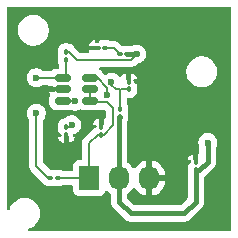
<source format=gbr>
%TF.GenerationSoftware,KiCad,Pcbnew,9.0.1*%
%TF.CreationDate,2025-05-20T00:04:45-05:00*%
%TF.ProjectId,myproject,6d797072-6f6a-4656-9374-2e6b69636164,rev?*%
%TF.SameCoordinates,Original*%
%TF.FileFunction,Copper,L1,Top*%
%TF.FilePolarity,Positive*%
%FSLAX46Y46*%
G04 Gerber Fmt 4.6, Leading zero omitted, Abs format (unit mm)*
G04 Created by KiCad (PCBNEW 9.0.1) date 2025-05-20 00:04:45*
%MOMM*%
%LPD*%
G01*
G04 APERTURE LIST*
G04 Aperture macros list*
%AMRoundRect*
0 Rectangle with rounded corners*
0 $1 Rounding radius*
0 $2 $3 $4 $5 $6 $7 $8 $9 X,Y pos of 4 corners*
0 Add a 4 corners polygon primitive as box body*
4,1,4,$2,$3,$4,$5,$6,$7,$8,$9,$2,$3,0*
0 Add four circle primitives for the rounded corners*
1,1,$1+$1,$2,$3*
1,1,$1+$1,$4,$5*
1,1,$1+$1,$6,$7*
1,1,$1+$1,$8,$9*
0 Add four rect primitives between the rounded corners*
20,1,$1+$1,$2,$3,$4,$5,0*
20,1,$1+$1,$4,$5,$6,$7,0*
20,1,$1+$1,$6,$7,$8,$9,0*
20,1,$1+$1,$8,$9,$2,$3,0*%
G04 Aperture macros list end*
%TA.AperFunction,SMDPad,CuDef*%
%ADD10RoundRect,0.150000X-0.512500X-0.150000X0.512500X-0.150000X0.512500X0.150000X-0.512500X0.150000X0*%
%TD*%
%TA.AperFunction,SMDPad,CuDef*%
%ADD11RoundRect,0.100000X-0.100000X0.130000X-0.100000X-0.130000X0.100000X-0.130000X0.100000X0.130000X0*%
%TD*%
%TA.AperFunction,SMDPad,CuDef*%
%ADD12RoundRect,0.100000X0.100000X-0.130000X0.100000X0.130000X-0.100000X0.130000X-0.100000X-0.130000X0*%
%TD*%
%TA.AperFunction,ComponentPad*%
%ADD13R,1.730000X2.030000*%
%TD*%
%TA.AperFunction,ComponentPad*%
%ADD14O,1.730000X2.030000*%
%TD*%
%TA.AperFunction,SMDPad,CuDef*%
%ADD15RoundRect,0.100000X-0.130000X-0.100000X0.130000X-0.100000X0.130000X0.100000X-0.130000X0.100000X0*%
%TD*%
%TA.AperFunction,SMDPad,CuDef*%
%ADD16RoundRect,0.100000X0.130000X0.100000X-0.130000X0.100000X-0.130000X-0.100000X0.130000X-0.100000X0*%
%TD*%
%TA.AperFunction,ViaPad*%
%ADD17C,0.600000*%
%TD*%
%TA.AperFunction,Conductor*%
%ADD18C,0.200000*%
%TD*%
%TA.AperFunction,Conductor*%
%ADD19C,0.400000*%
%TD*%
G04 APERTURE END LIST*
D10*
%TO.P,U1,6,OC*%
%TO.N,Net-(U1-OC)*%
X7540000Y-6550000D03*
%TO.P,U1,5,IN*%
%TO.N,VCC*%
X7540000Y-7500000D03*
%TO.P,U1,4,EN*%
X7540000Y-8450000D03*
%TO.P,U1,3,FB*%
%TO.N,Net-(U1-FB)*%
X5265000Y-8450000D03*
%TO.P,U1,2,GND*%
%TO.N,GND*%
X5265000Y-7500000D03*
%TO.P,U1,1,SW*%
%TO.N,Net-(D1-A)*%
X5265000Y-6550000D03*
%TD*%
D11*
%TO.P,R3,2*%
%TO.N,+5V*%
X10040000Y-9820000D03*
%TO.P,R3,1*%
%TO.N,Net-(U1-FB)*%
X10040000Y-9180000D03*
%TD*%
D12*
%TO.P,C2,1*%
%TO.N,+5V*%
X16500000Y-14320000D03*
%TO.P,C2,2*%
%TO.N,GND*%
X16500000Y-13680000D03*
%TD*%
D11*
%TO.P,R2,1*%
%TO.N,Net-(U1-OC)*%
X5540000Y-10680000D03*
%TO.P,R2,2*%
%TO.N,GND*%
X5540000Y-11320000D03*
%TD*%
D13*
%TO.P,J1,1,Pin_1*%
%TO.N,VCC*%
X7460000Y-15000000D03*
D14*
%TO.P,J1,2,Pin_2*%
%TO.N,+5V*%
X10000000Y-15000000D03*
%TO.P,J1,3,Pin_3*%
%TO.N,GND*%
X12540000Y-15000000D03*
%TD*%
D15*
%TO.P,D2,1,K*%
%TO.N,Net-(D2-K)*%
X10040000Y-4500000D03*
%TO.P,D2,2,A*%
%TO.N,+5V*%
X10680000Y-4500000D03*
%TD*%
D11*
%TO.P,R4,1*%
%TO.N,GND*%
X10800000Y-6835000D03*
%TO.P,R4,2*%
%TO.N,Net-(U1-FB)*%
X10800000Y-7475000D03*
%TD*%
D12*
%TO.P,C1,2*%
%TO.N,GND*%
X8500000Y-10680000D03*
%TO.P,C1,1*%
%TO.N,VCC*%
X8500000Y-11320000D03*
%TD*%
D11*
%TO.P,D1,2,A*%
%TO.N,Net-(D1-A)*%
X5540000Y-4975000D03*
%TO.P,D1,1,K*%
%TO.N,+5V*%
X5540000Y-4335000D03*
%TD*%
D16*
%TO.P,L1,2,2*%
%TO.N,Net-(D1-A)*%
X4180000Y-15000000D03*
%TO.P,L1,1,1*%
%TO.N,VCC*%
X4820000Y-15000000D03*
%TD*%
D15*
%TO.P,R5,2*%
%TO.N,Net-(D2-K)*%
X8820000Y-4000000D03*
%TO.P,R5,1*%
%TO.N,GND*%
X8180000Y-4000000D03*
%TD*%
D17*
%TO.N,Net-(U1-FB)*%
X6250000Y-8500000D03*
X9360001Y-6887258D03*
%TO.N,Net-(U1-OC)*%
X9000000Y-8000000D03*
X6000000Y-10500000D03*
%TO.N,+5V*%
X11500000Y-4500000D03*
X17500000Y-12000000D03*
%TO.N,Net-(D1-A)*%
X3000000Y-6500000D03*
X3000000Y-9500000D03*
%TD*%
D18*
%TO.N,Net-(U1-FB)*%
X10040000Y-7600000D02*
X10165000Y-7475000D01*
X10165000Y-7475000D02*
X10800000Y-7475000D01*
X10040000Y-7600000D02*
X10040000Y-9180000D01*
X6250000Y-8500000D02*
X5315000Y-8500000D01*
X5315000Y-8500000D02*
X5265000Y-8450000D01*
X9360001Y-7110001D02*
X9360001Y-6887258D01*
X9725000Y-7475000D02*
X9360001Y-7110001D01*
X10040000Y-7475000D02*
X9725000Y-7475000D01*
%TO.N,Net-(D2-K)*%
X9540000Y-4000000D02*
X10040000Y-4500000D01*
X8820000Y-4000000D02*
X9540000Y-4000000D01*
%TO.N,VCC*%
X7460000Y-12040000D02*
X7460000Y-15000000D01*
X8180000Y-11320000D02*
X7460000Y-12040000D01*
X8500000Y-11320000D02*
X8180000Y-11320000D01*
X9500000Y-9000000D02*
X9500000Y-10519999D01*
X9399000Y-9000000D02*
X9500000Y-9000000D01*
X9000000Y-8601000D02*
X9399000Y-9000000D01*
X7691000Y-8601000D02*
X9000000Y-8601000D01*
X8699999Y-11320000D02*
X8500000Y-11320000D01*
X7540000Y-8450000D02*
X7691000Y-8601000D01*
X9500000Y-10519999D02*
X8699999Y-11320000D01*
%TO.N,Net-(U1-OC)*%
X8202499Y-6550000D02*
X7540000Y-6550000D01*
X9000000Y-7347501D02*
X8202499Y-6550000D01*
X5820000Y-10680000D02*
X6000000Y-10500000D01*
X9000000Y-8000000D02*
X9000000Y-7347501D01*
X5540000Y-10680000D02*
X5820000Y-10680000D01*
D19*
%TO.N,+5V*%
X10000000Y-9860000D02*
X10040000Y-9820000D01*
X10000000Y-15000000D02*
X10000000Y-9860000D01*
D18*
%TO.N,VCC*%
X7460000Y-15000000D02*
X4820000Y-15000000D01*
%TO.N,+5V*%
X11000000Y-5000000D02*
X11500000Y-4500000D01*
X5739999Y-4335000D02*
X6404999Y-5000000D01*
X5540000Y-4335000D02*
X5739999Y-4335000D01*
X6404999Y-5000000D02*
X11000000Y-5000000D01*
D19*
X11500000Y-4500000D02*
X10680000Y-4500000D01*
X17500000Y-13621292D02*
X17500000Y-12000000D01*
X16801292Y-14320000D02*
X17500000Y-13621292D01*
X16500000Y-14320000D02*
X16801292Y-14320000D01*
D18*
%TO.N,Net-(D1-A)*%
X3050000Y-6550000D02*
X5265000Y-6550000D01*
X3000000Y-6500000D02*
X3050000Y-6550000D01*
X3000000Y-14000000D02*
X3000000Y-9500000D01*
X4000000Y-15000000D02*
X3000000Y-14000000D01*
X4180000Y-15000000D02*
X4000000Y-15000000D01*
D19*
%TO.N,+5V*%
X15500000Y-18000000D02*
X16500000Y-17000000D01*
X16500000Y-17000000D02*
X16500000Y-14320000D01*
X10000000Y-17000000D02*
X11000000Y-18000000D01*
X11000000Y-18000000D02*
X15500000Y-18000000D01*
X10000000Y-15000000D02*
X10000000Y-17000000D01*
D18*
%TO.N,VCC*%
X7540000Y-8450000D02*
X7540000Y-7500000D01*
%TO.N,Net-(D1-A)*%
X5540000Y-6275000D02*
X5265000Y-6550000D01*
X5540000Y-4975000D02*
X5540000Y-6275000D01*
%TO.N,Net-(U1-FB)*%
X10040000Y-7475000D02*
X10040000Y-7600000D01*
%TD*%
%TA.AperFunction,Conductor*%
%TO.N,GND*%
G36*
X19442539Y-520185D02*
G01*
X19488294Y-572989D01*
X19499500Y-624500D01*
X19499500Y-19375500D01*
X19479815Y-19442539D01*
X19427011Y-19488294D01*
X19375500Y-19499500D01*
X2376425Y-19499500D01*
X2309386Y-19479815D01*
X2263631Y-19427011D01*
X2253687Y-19357853D01*
X2282712Y-19294297D01*
X2338106Y-19257569D01*
X2374669Y-19245688D01*
X2499219Y-19205220D01*
X2681610Y-19112287D01*
X2774590Y-19044732D01*
X2847213Y-18991971D01*
X2847215Y-18991968D01*
X2847219Y-18991966D01*
X2991966Y-18847219D01*
X2991968Y-18847215D01*
X2991971Y-18847213D01*
X3044732Y-18774590D01*
X3112287Y-18681610D01*
X3205220Y-18499219D01*
X3268477Y-18304534D01*
X3300500Y-18102352D01*
X3300500Y-17897648D01*
X3268477Y-17695465D01*
X3205218Y-17500776D01*
X3119125Y-17331811D01*
X3112287Y-17318390D01*
X3072176Y-17263181D01*
X2991971Y-17152786D01*
X2847213Y-17008028D01*
X2681613Y-16887715D01*
X2681612Y-16887714D01*
X2681610Y-16887713D01*
X2624653Y-16858691D01*
X2499223Y-16794781D01*
X2304534Y-16731522D01*
X2129995Y-16703878D01*
X2102352Y-16699500D01*
X1897648Y-16699500D01*
X1873329Y-16703351D01*
X1695465Y-16731522D01*
X1500776Y-16794781D01*
X1318386Y-16887715D01*
X1152786Y-17008028D01*
X1008028Y-17152786D01*
X887715Y-17318386D01*
X794781Y-17500776D01*
X742431Y-17661894D01*
X702993Y-17719569D01*
X638634Y-17746767D01*
X569788Y-17734852D01*
X518312Y-17687608D01*
X500500Y-17623575D01*
X500500Y-6421153D01*
X2199500Y-6421153D01*
X2199500Y-6578846D01*
X2230261Y-6733489D01*
X2230264Y-6733501D01*
X2290602Y-6879172D01*
X2290609Y-6879185D01*
X2378210Y-7010288D01*
X2378213Y-7010292D01*
X2489707Y-7121786D01*
X2489711Y-7121789D01*
X2620814Y-7209390D01*
X2620827Y-7209397D01*
X2712651Y-7247431D01*
X2766503Y-7269737D01*
X2921153Y-7300499D01*
X2921156Y-7300500D01*
X2921158Y-7300500D01*
X3078844Y-7300500D01*
X3078845Y-7300499D01*
X3233497Y-7269737D01*
X3379179Y-7209394D01*
X3436044Y-7171397D01*
X3502721Y-7150520D01*
X3504935Y-7150500D01*
X3978893Y-7150500D01*
X4045932Y-7170185D01*
X4091687Y-7222989D01*
X4094394Y-7238305D01*
X4105205Y-7250000D01*
X4370685Y-7250000D01*
X4433806Y-7267268D01*
X4492102Y-7301744D01*
X4505512Y-7305640D01*
X4649926Y-7347597D01*
X4649929Y-7347597D01*
X4649931Y-7347598D01*
X4686806Y-7350500D01*
X4686814Y-7350500D01*
X5141000Y-7350500D01*
X5149685Y-7353050D01*
X5158647Y-7351762D01*
X5182687Y-7362740D01*
X5208039Y-7370185D01*
X5213966Y-7377025D01*
X5222203Y-7380787D01*
X5236492Y-7403021D01*
X5253794Y-7422989D01*
X5256081Y-7433503D01*
X5259977Y-7439565D01*
X5265000Y-7474500D01*
X5265000Y-7525500D01*
X5245315Y-7592539D01*
X5192511Y-7638294D01*
X5141000Y-7649500D01*
X4686798Y-7649500D01*
X4649932Y-7652401D01*
X4649926Y-7652402D01*
X4492106Y-7698254D01*
X4492103Y-7698255D01*
X4433806Y-7732732D01*
X4370685Y-7750000D01*
X4105205Y-7750000D01*
X4105204Y-7750001D01*
X4105399Y-7752488D01*
X4105400Y-7752494D01*
X4151216Y-7910193D01*
X4151220Y-7910203D01*
X4151927Y-7911398D01*
X4152195Y-7912454D01*
X4154316Y-7917356D01*
X4153524Y-7917698D01*
X4169103Y-7979123D01*
X4153493Y-8032284D01*
X4153855Y-8032441D01*
X4152587Y-8035369D01*
X4151927Y-8037620D01*
X4150759Y-8039594D01*
X4150754Y-8039607D01*
X4104902Y-8197426D01*
X4104901Y-8197432D01*
X4102000Y-8234298D01*
X4102000Y-8665701D01*
X4104901Y-8702567D01*
X4104902Y-8702573D01*
X4150754Y-8860393D01*
X4150755Y-8860396D01*
X4150756Y-8860398D01*
X4170182Y-8893246D01*
X4234417Y-9001862D01*
X4234423Y-9001870D01*
X4350629Y-9118076D01*
X4350633Y-9118079D01*
X4350635Y-9118081D01*
X4492102Y-9201744D01*
X4518433Y-9209394D01*
X4649926Y-9247597D01*
X4649929Y-9247597D01*
X4649931Y-9247598D01*
X4686806Y-9250500D01*
X4686814Y-9250500D01*
X5843186Y-9250500D01*
X5843194Y-9250500D01*
X5880069Y-9247598D01*
X5887018Y-9245579D01*
X5956886Y-9245772D01*
X5969058Y-9250084D01*
X6016503Y-9269737D01*
X6171153Y-9300499D01*
X6171156Y-9300500D01*
X6171158Y-9300500D01*
X6328844Y-9300500D01*
X6328845Y-9300499D01*
X6483497Y-9269737D01*
X6611618Y-9216668D01*
X6629172Y-9209397D01*
X6629172Y-9209396D01*
X6629179Y-9209394D01*
X6633624Y-9206424D01*
X6635142Y-9205410D01*
X6701819Y-9184529D01*
X6759469Y-9199746D01*
X6759946Y-9198647D01*
X6767097Y-9201741D01*
X6767102Y-9201744D01*
X6793433Y-9209394D01*
X6924926Y-9247597D01*
X6924929Y-9247597D01*
X6924931Y-9247598D01*
X6961806Y-9250500D01*
X6961814Y-9250500D01*
X8118186Y-9250500D01*
X8118194Y-9250500D01*
X8155069Y-9247598D01*
X8155071Y-9247597D01*
X8155073Y-9247597D01*
X8296791Y-9206424D01*
X8331386Y-9201500D01*
X8699903Y-9201500D01*
X8729343Y-9210144D01*
X8759330Y-9216668D01*
X8764345Y-9220422D01*
X8766942Y-9221185D01*
X8787584Y-9237819D01*
X8863181Y-9313416D01*
X8896666Y-9374739D01*
X8899500Y-9401097D01*
X8899500Y-9842858D01*
X8879815Y-9909897D01*
X8827011Y-9955652D01*
X8759314Y-9965797D01*
X8700000Y-9957987D01*
X8700000Y-10419401D01*
X8691355Y-10448838D01*
X8684832Y-10478829D01*
X8681077Y-10483844D01*
X8680315Y-10486440D01*
X8663680Y-10507083D01*
X8617580Y-10553182D01*
X8556257Y-10586666D01*
X8529900Y-10589500D01*
X8424000Y-10589500D01*
X8356961Y-10569815D01*
X8311206Y-10517011D01*
X8300000Y-10465500D01*
X8300000Y-9957987D01*
X8243368Y-9965444D01*
X8097413Y-10025899D01*
X7972075Y-10122075D01*
X7875899Y-10247413D01*
X7815445Y-10393365D01*
X7815444Y-10393369D01*
X7804038Y-10480000D01*
X7973568Y-10480000D01*
X8002326Y-10488444D01*
X8031698Y-10494469D01*
X8035505Y-10498186D01*
X8040607Y-10499685D01*
X8060232Y-10522333D01*
X8081686Y-10543284D01*
X8082878Y-10548468D01*
X8086362Y-10552489D01*
X8090628Y-10582163D01*
X8097348Y-10611376D01*
X8095548Y-10616380D01*
X8096306Y-10621647D01*
X8083851Y-10648918D01*
X8073711Y-10677126D01*
X8068561Y-10682399D01*
X8067281Y-10685203D01*
X8049053Y-10702377D01*
X8006488Y-10735037D01*
X7963101Y-10756434D01*
X7948215Y-10760423D01*
X7948212Y-10760424D01*
X7811287Y-10839477D01*
X7811282Y-10839481D01*
X6979481Y-11671282D01*
X6979479Y-11671285D01*
X6954420Y-11714689D01*
X6932394Y-11752841D01*
X6929361Y-11758094D01*
X6929359Y-11758096D01*
X6900425Y-11808209D01*
X6900424Y-11808210D01*
X6900423Y-11808215D01*
X6859499Y-11960943D01*
X6859499Y-11960945D01*
X6859499Y-12129046D01*
X6859500Y-12129059D01*
X6859500Y-13360500D01*
X6839815Y-13427539D01*
X6787011Y-13473294D01*
X6735501Y-13484500D01*
X6547130Y-13484500D01*
X6547123Y-13484501D01*
X6487516Y-13490908D01*
X6352671Y-13541202D01*
X6352664Y-13541206D01*
X6237455Y-13627452D01*
X6237452Y-13627455D01*
X6151206Y-13742664D01*
X6151202Y-13742671D01*
X6100908Y-13877517D01*
X6094501Y-13937116D01*
X6094500Y-13937135D01*
X6094500Y-14275500D01*
X6074815Y-14342539D01*
X6022011Y-14388294D01*
X5970500Y-14399500D01*
X5326257Y-14399500D01*
X5259218Y-14379815D01*
X5253900Y-14376075D01*
X5252836Y-14375461D01*
X5106765Y-14314957D01*
X5106760Y-14314955D01*
X4989361Y-14299500D01*
X4650636Y-14299500D01*
X4533234Y-14314955D01*
X4532083Y-14315264D01*
X4530891Y-14315264D01*
X4525179Y-14316016D01*
X4525080Y-14315264D01*
X4474919Y-14315264D01*
X4474820Y-14316017D01*
X4469107Y-14315264D01*
X4467917Y-14315265D01*
X4466765Y-14314956D01*
X4349370Y-14299501D01*
X4349367Y-14299500D01*
X4349361Y-14299500D01*
X4349354Y-14299500D01*
X4200098Y-14299500D01*
X4133059Y-14279815D01*
X4112417Y-14263181D01*
X3636819Y-13787583D01*
X3603334Y-13726260D01*
X3600500Y-13699902D01*
X3600500Y-10510638D01*
X4839500Y-10510638D01*
X4839500Y-10849363D01*
X4854954Y-10966756D01*
X4855525Y-10968886D01*
X4855525Y-10971091D01*
X4856016Y-10974821D01*
X4855525Y-10974885D01*
X4855525Y-10976508D01*
X4858397Y-10982714D01*
X4858574Y-11018008D01*
X4844432Y-11120000D01*
X4859807Y-11120000D01*
X4926846Y-11139685D01*
X4958181Y-11168511D01*
X5011718Y-11238282D01*
X5089056Y-11297625D01*
X5130257Y-11354052D01*
X5134412Y-11423798D01*
X5100199Y-11484719D01*
X5038482Y-11517471D01*
X5013568Y-11520000D01*
X4844041Y-11520000D01*
X4844039Y-11520001D01*
X4855442Y-11606627D01*
X4855444Y-11606633D01*
X4915899Y-11752585D01*
X5012075Y-11877924D01*
X5137414Y-11974100D01*
X5283366Y-12034555D01*
X5283372Y-12034557D01*
X5339998Y-12042011D01*
X5340000Y-12042010D01*
X5340000Y-11534499D01*
X5342550Y-11525813D01*
X5341262Y-11516852D01*
X5352240Y-11492811D01*
X5359685Y-11467460D01*
X5366525Y-11461532D01*
X5370287Y-11453296D01*
X5392521Y-11439006D01*
X5412489Y-11421705D01*
X5423003Y-11419417D01*
X5429065Y-11415522D01*
X5463994Y-11410499D01*
X5616000Y-11410499D01*
X5683039Y-11430184D01*
X5728794Y-11482988D01*
X5740000Y-11534499D01*
X5740000Y-12042010D01*
X5740001Y-12042011D01*
X5796627Y-12034557D01*
X5796633Y-12034555D01*
X5942585Y-11974100D01*
X6067924Y-11877924D01*
X6164100Y-11752586D01*
X6224554Y-11606634D01*
X6224555Y-11606630D01*
X6235961Y-11520000D01*
X6234334Y-11520000D01*
X6167295Y-11500315D01*
X6121540Y-11447511D01*
X6111596Y-11378353D01*
X6140621Y-11314797D01*
X6199399Y-11277023D01*
X6210142Y-11274383D01*
X6225477Y-11271332D01*
X6233497Y-11269737D01*
X6379179Y-11209394D01*
X6510289Y-11121789D01*
X6621789Y-11010289D01*
X6709394Y-10879179D01*
X6769737Y-10733497D01*
X6800500Y-10578842D01*
X6800500Y-10421158D01*
X6800500Y-10421155D01*
X6800499Y-10421153D01*
X6769737Y-10266503D01*
X6738331Y-10190681D01*
X6709397Y-10120827D01*
X6709390Y-10120814D01*
X6621789Y-9989711D01*
X6621786Y-9989707D01*
X6510292Y-9878213D01*
X6510288Y-9878210D01*
X6379185Y-9790609D01*
X6379172Y-9790602D01*
X6233501Y-9730264D01*
X6233489Y-9730261D01*
X6078845Y-9699500D01*
X6078842Y-9699500D01*
X5921158Y-9699500D01*
X5921155Y-9699500D01*
X5766510Y-9730261D01*
X5766498Y-9730264D01*
X5620827Y-9790602D01*
X5620814Y-9790609D01*
X5489714Y-9878208D01*
X5489708Y-9878212D01*
X5450878Y-9917042D01*
X5389554Y-9950526D01*
X5379384Y-9952298D01*
X5283245Y-9964954D01*
X5283237Y-9964956D01*
X5137160Y-10025463D01*
X5011718Y-10121718D01*
X4915463Y-10247160D01*
X4854956Y-10393237D01*
X4854955Y-10393239D01*
X4839500Y-10510638D01*
X3600500Y-10510638D01*
X3600500Y-10079765D01*
X3620185Y-10012726D01*
X3621398Y-10010874D01*
X3651754Y-9965444D01*
X3709394Y-9879179D01*
X3769737Y-9733497D01*
X3800500Y-9578842D01*
X3800500Y-9421158D01*
X3800500Y-9421155D01*
X3800499Y-9421153D01*
X3786293Y-9349735D01*
X3769737Y-9266503D01*
X3769735Y-9266498D01*
X3709397Y-9120827D01*
X3709390Y-9120814D01*
X3621789Y-8989711D01*
X3621786Y-8989707D01*
X3510292Y-8878213D01*
X3510288Y-8878210D01*
X3379185Y-8790609D01*
X3379172Y-8790602D01*
X3233501Y-8730264D01*
X3233489Y-8730261D01*
X3078845Y-8699500D01*
X3078842Y-8699500D01*
X2921158Y-8699500D01*
X2921155Y-8699500D01*
X2766510Y-8730261D01*
X2766498Y-8730264D01*
X2620827Y-8790602D01*
X2620814Y-8790609D01*
X2489711Y-8878210D01*
X2489707Y-8878213D01*
X2378213Y-8989707D01*
X2378210Y-8989711D01*
X2290609Y-9120814D01*
X2290602Y-9120827D01*
X2230264Y-9266498D01*
X2230261Y-9266510D01*
X2199500Y-9421153D01*
X2199500Y-9578846D01*
X2230261Y-9733489D01*
X2230264Y-9733501D01*
X2290602Y-9879172D01*
X2290609Y-9879185D01*
X2378602Y-10010874D01*
X2399480Y-10077551D01*
X2399500Y-10079765D01*
X2399500Y-13913330D01*
X2399499Y-13913348D01*
X2399499Y-14079054D01*
X2399498Y-14079054D01*
X2440423Y-14231785D01*
X2451521Y-14251007D01*
X2519477Y-14368712D01*
X2519481Y-14368717D01*
X2638349Y-14487585D01*
X2638355Y-14487590D01*
X3488123Y-15337359D01*
X3515003Y-15377587D01*
X3525462Y-15402838D01*
X3525464Y-15402841D01*
X3607689Y-15510000D01*
X3621718Y-15528282D01*
X3747159Y-15624536D01*
X3893238Y-15685044D01*
X4010639Y-15700500D01*
X4349360Y-15700499D01*
X4349363Y-15700499D01*
X4466755Y-15685045D01*
X4466755Y-15685044D01*
X4466762Y-15685044D01*
X4466767Y-15685041D01*
X4467900Y-15684739D01*
X4469085Y-15684738D01*
X4474821Y-15683984D01*
X4474920Y-15684738D01*
X4525080Y-15684737D01*
X4525180Y-15683983D01*
X4530907Y-15684737D01*
X4532091Y-15684737D01*
X4533234Y-15685043D01*
X4533236Y-15685043D01*
X4533238Y-15685044D01*
X4650639Y-15700500D01*
X4989360Y-15700499D01*
X4989363Y-15700499D01*
X5106753Y-15685046D01*
X5106757Y-15685044D01*
X5106762Y-15685044D01*
X5252841Y-15624536D01*
X5252845Y-15624532D01*
X5259876Y-15620474D01*
X5260882Y-15622216D01*
X5315932Y-15600931D01*
X5326257Y-15600500D01*
X5970501Y-15600500D01*
X6037540Y-15620185D01*
X6083295Y-15672989D01*
X6094501Y-15724500D01*
X6094501Y-16062876D01*
X6100908Y-16122483D01*
X6151202Y-16257328D01*
X6151206Y-16257335D01*
X6237452Y-16372544D01*
X6237455Y-16372547D01*
X6352664Y-16458793D01*
X6352671Y-16458797D01*
X6487517Y-16509091D01*
X6487516Y-16509091D01*
X6494444Y-16509835D01*
X6547127Y-16515500D01*
X8372872Y-16515499D01*
X8432483Y-16509091D01*
X8567331Y-16458796D01*
X8682546Y-16372546D01*
X8768796Y-16257331D01*
X8812048Y-16141365D01*
X8853917Y-16085433D01*
X8919381Y-16061015D01*
X8987654Y-16075866D01*
X9015910Y-16097018D01*
X9110437Y-16191545D01*
X9200979Y-16257328D01*
X9248385Y-16291770D01*
X9291051Y-16347100D01*
X9299500Y-16392088D01*
X9299500Y-16931006D01*
X9299500Y-17068994D01*
X9299500Y-17068996D01*
X9299499Y-17068996D01*
X9326418Y-17204322D01*
X9326421Y-17204332D01*
X9379222Y-17331807D01*
X9455887Y-17446545D01*
X10553454Y-18544112D01*
X10668192Y-18620777D01*
X10795667Y-18673578D01*
X10795672Y-18673580D01*
X10795676Y-18673580D01*
X10795677Y-18673581D01*
X10931003Y-18700500D01*
X10931006Y-18700500D01*
X15568996Y-18700500D01*
X15663959Y-18681610D01*
X15704328Y-18673580D01*
X15768069Y-18647177D01*
X15831807Y-18620777D01*
X15831808Y-18620776D01*
X15831811Y-18620775D01*
X15946543Y-18544114D01*
X17044114Y-17446543D01*
X17120775Y-17331811D01*
X17135333Y-17296666D01*
X17173578Y-17204332D01*
X17173580Y-17204328D01*
X17182389Y-17160040D01*
X17200500Y-17068996D01*
X17200500Y-14961608D01*
X17220185Y-14894569D01*
X17245843Y-14865748D01*
X17247825Y-14864120D01*
X17247835Y-14864114D01*
X18044113Y-14067835D01*
X18070508Y-14028333D01*
X18120775Y-13953103D01*
X18173580Y-13825620D01*
X18186291Y-13761718D01*
X18200500Y-13690287D01*
X18200500Y-12425316D01*
X18209939Y-12377864D01*
X18253350Y-12273058D01*
X18269737Y-12233497D01*
X18300500Y-12078842D01*
X18300500Y-11921158D01*
X18300500Y-11921155D01*
X18300499Y-11921153D01*
X18271114Y-11773426D01*
X18269737Y-11766503D01*
X18264078Y-11752841D01*
X18209397Y-11620827D01*
X18209390Y-11620814D01*
X18121789Y-11489711D01*
X18121786Y-11489707D01*
X18010292Y-11378213D01*
X18010288Y-11378210D01*
X17879185Y-11290609D01*
X17879172Y-11290602D01*
X17733501Y-11230264D01*
X17733489Y-11230261D01*
X17578845Y-11199500D01*
X17578842Y-11199500D01*
X17421158Y-11199500D01*
X17421155Y-11199500D01*
X17266510Y-11230261D01*
X17266498Y-11230264D01*
X17120827Y-11290602D01*
X17120814Y-11290609D01*
X16989711Y-11378210D01*
X16989707Y-11378213D01*
X16878213Y-11489707D01*
X16878210Y-11489711D01*
X16790609Y-11620814D01*
X16790602Y-11620827D01*
X16730264Y-11766498D01*
X16730261Y-11766510D01*
X16699500Y-11921153D01*
X16699500Y-12078846D01*
X16730261Y-12233489D01*
X16730264Y-12233501D01*
X16790061Y-12377864D01*
X16799500Y-12425316D01*
X16799500Y-12829692D01*
X16779815Y-12896731D01*
X16727011Y-12942486D01*
X16715752Y-12944173D01*
X16700000Y-12957987D01*
X16700000Y-13379273D01*
X16691355Y-13408710D01*
X16684832Y-13438701D01*
X16681076Y-13443717D01*
X16680315Y-13446312D01*
X16663685Y-13466949D01*
X16613954Y-13516681D01*
X16577453Y-13553182D01*
X16516129Y-13586666D01*
X16489772Y-13589500D01*
X16424000Y-13589500D01*
X16356961Y-13569815D01*
X16311206Y-13517011D01*
X16300000Y-13465500D01*
X16300000Y-12957987D01*
X16243368Y-12965444D01*
X16097413Y-13025899D01*
X15972075Y-13122075D01*
X15875899Y-13247413D01*
X15815445Y-13393365D01*
X15815444Y-13393369D01*
X15804038Y-13480000D01*
X15973568Y-13480000D01*
X15995146Y-13486336D01*
X16017570Y-13488070D01*
X16028023Y-13495990D01*
X16040607Y-13499685D01*
X16055334Y-13516681D01*
X16073261Y-13530263D01*
X16077773Y-13542577D01*
X16086362Y-13552489D01*
X16089562Y-13574748D01*
X16097301Y-13595866D01*
X16094439Y-13608665D01*
X16096306Y-13621647D01*
X16086962Y-13642105D01*
X16082056Y-13664053D01*
X16071162Y-13676702D01*
X16067281Y-13685203D01*
X16060743Y-13692185D01*
X16055219Y-13697645D01*
X15971718Y-13761718D01*
X15913016Y-13838219D01*
X15906982Y-13844185D01*
X15883392Y-13856889D01*
X15861755Y-13872689D01*
X15850375Y-13874672D01*
X15845467Y-13877316D01*
X15838359Y-13876766D01*
X15819807Y-13880000D01*
X15804041Y-13880000D01*
X15804039Y-13880001D01*
X15815442Y-13966628D01*
X15815525Y-13966935D01*
X15815525Y-13967251D01*
X15816504Y-13974689D01*
X15815525Y-13974817D01*
X15815526Y-14025117D01*
X15816017Y-14025182D01*
X15815526Y-14028904D01*
X15815527Y-14031106D01*
X15814956Y-14033234D01*
X15799500Y-14150631D01*
X15799500Y-16658481D01*
X15779815Y-16725520D01*
X15763181Y-16746162D01*
X15246162Y-17263181D01*
X15184839Y-17296666D01*
X15158481Y-17299500D01*
X11341519Y-17299500D01*
X11274480Y-17279815D01*
X11253838Y-17263181D01*
X10736819Y-16746162D01*
X10703334Y-16684839D01*
X10700500Y-16658481D01*
X10700500Y-16392088D01*
X10720185Y-16325049D01*
X10751615Y-16291770D01*
X10889563Y-16191545D01*
X11041545Y-16039563D01*
X11167880Y-15865678D01*
X11167881Y-15865675D01*
X11169990Y-15862773D01*
X11225320Y-15820107D01*
X11294933Y-15814128D01*
X11356728Y-15846734D01*
X11370626Y-15862772D01*
X11498838Y-16039239D01*
X11498838Y-16039240D01*
X11650759Y-16191161D01*
X11824583Y-16317452D01*
X12016024Y-16414996D01*
X12220359Y-16481388D01*
X12289999Y-16492418D01*
X12290000Y-16492418D01*
X12290000Y-15444560D01*
X12343147Y-15475245D01*
X12472857Y-15510000D01*
X12607143Y-15510000D01*
X12736853Y-15475245D01*
X12790000Y-15444560D01*
X12790000Y-16492418D01*
X12859638Y-16481388D01*
X12859641Y-16481388D01*
X13063975Y-16414996D01*
X13255416Y-16317452D01*
X13429240Y-16191161D01*
X13581161Y-16039240D01*
X13707452Y-15865416D01*
X13804996Y-15673975D01*
X13871388Y-15469642D01*
X13871388Y-15469639D01*
X13905000Y-15257427D01*
X13905000Y-15250000D01*
X12984560Y-15250000D01*
X13015245Y-15196853D01*
X13050000Y-15067143D01*
X13050000Y-14932857D01*
X13015245Y-14803147D01*
X12984560Y-14750000D01*
X13905000Y-14750000D01*
X13905000Y-14742572D01*
X13871388Y-14530360D01*
X13871388Y-14530357D01*
X13804996Y-14326024D01*
X13707452Y-14134583D01*
X13581161Y-13960759D01*
X13429240Y-13808838D01*
X13255416Y-13682547D01*
X13063975Y-13585003D01*
X12859635Y-13518610D01*
X12859636Y-13518610D01*
X12790000Y-13507581D01*
X12790000Y-14555439D01*
X12736853Y-14524755D01*
X12607143Y-14490000D01*
X12472857Y-14490000D01*
X12343147Y-14524755D01*
X12290000Y-14555439D01*
X12290000Y-13507581D01*
X12220364Y-13518610D01*
X12016024Y-13585003D01*
X11824583Y-13682547D01*
X11650759Y-13808838D01*
X11498838Y-13960759D01*
X11498838Y-13960760D01*
X11370626Y-14137227D01*
X11315296Y-14179892D01*
X11245682Y-14185871D01*
X11183887Y-14153265D01*
X11169990Y-14137226D01*
X11051900Y-13974689D01*
X11041545Y-13960437D01*
X10889563Y-13808455D01*
X10751614Y-13708229D01*
X10708949Y-13652900D01*
X10700500Y-13607912D01*
X10700500Y-10190681D01*
X10709939Y-10143228D01*
X10725044Y-10106762D01*
X10740500Y-9989361D01*
X10740500Y-9834536D01*
X10740500Y-9751006D01*
X10740500Y-9748487D01*
X10740499Y-9748474D01*
X10740499Y-9650640D01*
X10725044Y-9533238D01*
X10722275Y-9526553D01*
X10720928Y-9510147D01*
X10724737Y-9491702D01*
X10724737Y-9474919D01*
X10723983Y-9474820D01*
X10724737Y-9469092D01*
X10724737Y-9467905D01*
X10725040Y-9466771D01*
X10725044Y-9466762D01*
X10740500Y-9349361D01*
X10740499Y-9010640D01*
X10740499Y-9010636D01*
X10725046Y-8893246D01*
X10725044Y-8893241D01*
X10725044Y-8893238D01*
X10664536Y-8747159D01*
X10664534Y-8747156D01*
X10660472Y-8740119D01*
X10662213Y-8739113D01*
X10640930Y-8684057D01*
X10640500Y-8673742D01*
X10640500Y-8329499D01*
X10660185Y-8262460D01*
X10712989Y-8216705D01*
X10764497Y-8205499D01*
X10939360Y-8205499D01*
X10939363Y-8205499D01*
X11056753Y-8190046D01*
X11056757Y-8190044D01*
X11056762Y-8190044D01*
X11202841Y-8129536D01*
X11328282Y-8033282D01*
X11424536Y-7907841D01*
X11485044Y-7761762D01*
X11500500Y-7644361D01*
X11500499Y-7305640D01*
X11500499Y-7305636D01*
X11485046Y-7188249D01*
X11485044Y-7188244D01*
X11485044Y-7188238D01*
X11485041Y-7188231D01*
X11484477Y-7186125D01*
X11484477Y-7183924D01*
X11483984Y-7180179D01*
X11484477Y-7180114D01*
X11484477Y-7129817D01*
X11483495Y-7129688D01*
X11484477Y-7122229D01*
X11484477Y-7121923D01*
X11484556Y-7121627D01*
X11495961Y-7035000D01*
X11480193Y-7035000D01*
X11451084Y-7026452D01*
X11421394Y-7020173D01*
X11417020Y-7016450D01*
X11413154Y-7015315D01*
X11393018Y-6999185D01*
X11386983Y-6993219D01*
X11328282Y-6916718D01*
X11244780Y-6852645D01*
X11239257Y-6847185D01*
X11225949Y-6823143D01*
X11209743Y-6800948D01*
X11209270Y-6793010D01*
X11205420Y-6786055D01*
X11207222Y-6758636D01*
X11205588Y-6731202D01*
X11209481Y-6724269D01*
X11210003Y-6716336D01*
X11226344Y-6694242D01*
X11239801Y-6670281D01*
X11246823Y-6666554D01*
X11251551Y-6660163D01*
X11277242Y-6650411D01*
X11301518Y-6637529D01*
X11314711Y-6636189D01*
X11316874Y-6635369D01*
X11318794Y-6635775D01*
X11326432Y-6635000D01*
X11495959Y-6635000D01*
X11495960Y-6634998D01*
X11484557Y-6548372D01*
X11484555Y-6548366D01*
X11424100Y-6402414D01*
X11327924Y-6277075D01*
X11202586Y-6180899D01*
X11056631Y-6120444D01*
X11000000Y-6112987D01*
X11000000Y-6620500D01*
X10997449Y-6629185D01*
X10998738Y-6638147D01*
X10987759Y-6662187D01*
X10980315Y-6687539D01*
X10973474Y-6693466D01*
X10969713Y-6701703D01*
X10947478Y-6715992D01*
X10927511Y-6733294D01*
X10916996Y-6735581D01*
X10910935Y-6739477D01*
X10876000Y-6744500D01*
X10724000Y-6744500D01*
X10656961Y-6724815D01*
X10611206Y-6672011D01*
X10600000Y-6620500D01*
X10600000Y-6112987D01*
X10543368Y-6120444D01*
X10397413Y-6180899D01*
X10272073Y-6277077D01*
X10186569Y-6388507D01*
X10130141Y-6429709D01*
X10060395Y-6433864D01*
X9999475Y-6399651D01*
X9985090Y-6381907D01*
X9981792Y-6376971D01*
X9981787Y-6376965D01*
X9870293Y-6265471D01*
X9870289Y-6265468D01*
X9739186Y-6177867D01*
X9739173Y-6177860D01*
X9593502Y-6117522D01*
X9593490Y-6117519D01*
X9438846Y-6086758D01*
X9438843Y-6086758D01*
X9281159Y-6086758D01*
X9281156Y-6086758D01*
X9126511Y-6117519D01*
X9126499Y-6117522D01*
X8980828Y-6177860D01*
X8980815Y-6177867D01*
X8884865Y-6241980D01*
X8854567Y-6251466D01*
X8824820Y-6262562D01*
X8821463Y-6261831D01*
X8818187Y-6262858D01*
X8787564Y-6254457D01*
X8756547Y-6247710D01*
X8752833Y-6244929D01*
X8750807Y-6244374D01*
X8728293Y-6226559D01*
X8690089Y-6188355D01*
X8690087Y-6188352D01*
X8680816Y-6179081D01*
X8658455Y-6146175D01*
X8658216Y-6146317D01*
X8655960Y-6142503D01*
X8654689Y-6140632D01*
X8654246Y-6139609D01*
X8654244Y-6139602D01*
X8641185Y-6117521D01*
X8570583Y-5998138D01*
X8570576Y-5998129D01*
X8470095Y-5897648D01*
X15699500Y-5897648D01*
X15699500Y-6102352D01*
X15701902Y-6117519D01*
X15731522Y-6304534D01*
X15794781Y-6499223D01*
X15835350Y-6578842D01*
X15877816Y-6662187D01*
X15887715Y-6681613D01*
X16008028Y-6847213D01*
X16152786Y-6991971D01*
X16304045Y-7101865D01*
X16318390Y-7112287D01*
X16432021Y-7170185D01*
X16500776Y-7205218D01*
X16500778Y-7205218D01*
X16500781Y-7205220D01*
X16602606Y-7238305D01*
X16695465Y-7268477D01*
X16795405Y-7284306D01*
X16897648Y-7300500D01*
X16897649Y-7300500D01*
X17102351Y-7300500D01*
X17102352Y-7300500D01*
X17304534Y-7268477D01*
X17499219Y-7205220D01*
X17681610Y-7112287D01*
X17799753Y-7026452D01*
X17847213Y-6991971D01*
X17847215Y-6991968D01*
X17847219Y-6991966D01*
X17991966Y-6847219D01*
X17991968Y-6847215D01*
X17991971Y-6847213D01*
X18066595Y-6744500D01*
X18112287Y-6681610D01*
X18205220Y-6499219D01*
X18268477Y-6304534D01*
X18300500Y-6102352D01*
X18300500Y-5897648D01*
X18284758Y-5798256D01*
X18268477Y-5695465D01*
X18224324Y-5559577D01*
X18205220Y-5500781D01*
X18205218Y-5500778D01*
X18205218Y-5500776D01*
X18161449Y-5414876D01*
X18112287Y-5318390D01*
X18076939Y-5269737D01*
X17991971Y-5152786D01*
X17847213Y-5008028D01*
X17681613Y-4887715D01*
X17681612Y-4887714D01*
X17681610Y-4887713D01*
X17624653Y-4858691D01*
X17499223Y-4794781D01*
X17304534Y-4731522D01*
X17129995Y-4703878D01*
X17102352Y-4699500D01*
X16897648Y-4699500D01*
X16873329Y-4703351D01*
X16695465Y-4731522D01*
X16500776Y-4794781D01*
X16318386Y-4887715D01*
X16152786Y-5008028D01*
X16008028Y-5152786D01*
X15887715Y-5318386D01*
X15794781Y-5500776D01*
X15731522Y-5695465D01*
X15701991Y-5881919D01*
X15699500Y-5897648D01*
X8470095Y-5897648D01*
X8454370Y-5881923D01*
X8454361Y-5881916D01*
X8368658Y-5831232D01*
X8320975Y-5780163D01*
X8308471Y-5711421D01*
X8335116Y-5646832D01*
X8392452Y-5606902D01*
X8431779Y-5600500D01*
X10913331Y-5600500D01*
X10913347Y-5600501D01*
X10920943Y-5600501D01*
X11079054Y-5600501D01*
X11079057Y-5600501D01*
X11231785Y-5559577D01*
X11281904Y-5530639D01*
X11368716Y-5480520D01*
X11480520Y-5368716D01*
X11480521Y-5368714D01*
X11514662Y-5334572D01*
X11575983Y-5301089D01*
X11578150Y-5300638D01*
X11636085Y-5289113D01*
X11733497Y-5269737D01*
X11879179Y-5209394D01*
X12010289Y-5121789D01*
X12121789Y-5010289D01*
X12209394Y-4879179D01*
X12269737Y-4733497D01*
X12300500Y-4578842D01*
X12300500Y-4421158D01*
X12300500Y-4421155D01*
X12300499Y-4421153D01*
X12292276Y-4379815D01*
X12269737Y-4266503D01*
X12218597Y-4143039D01*
X12209397Y-4120827D01*
X12209390Y-4120814D01*
X12121789Y-3989711D01*
X12121786Y-3989707D01*
X12010292Y-3878213D01*
X12010288Y-3878210D01*
X11879185Y-3790609D01*
X11879172Y-3790602D01*
X11733501Y-3730264D01*
X11733489Y-3730261D01*
X11578845Y-3699500D01*
X11578842Y-3699500D01*
X11421158Y-3699500D01*
X11421155Y-3699500D01*
X11266510Y-3730261D01*
X11266498Y-3730264D01*
X11122136Y-3790061D01*
X11074684Y-3799500D01*
X10510637Y-3799500D01*
X10393234Y-3814955D01*
X10392083Y-3815264D01*
X10389884Y-3815396D01*
X10385179Y-3816016D01*
X10385135Y-3815683D01*
X10383046Y-3815809D01*
X10377839Y-3818197D01*
X10360418Y-3817173D01*
X10342545Y-3818252D01*
X10330629Y-3816557D01*
X10326762Y-3814956D01*
X10226820Y-3801798D01*
X10226071Y-3801692D01*
X10194859Y-3787497D01*
X10163442Y-3773599D01*
X10162604Y-3772828D01*
X10162469Y-3772767D01*
X10162368Y-3772611D01*
X10155844Y-3766608D01*
X9908717Y-3519481D01*
X9908716Y-3519480D01*
X9821904Y-3469360D01*
X9821904Y-3469359D01*
X9821900Y-3469358D01*
X9771785Y-3440423D01*
X9619057Y-3399499D01*
X9460943Y-3399499D01*
X9453347Y-3399499D01*
X9453331Y-3399500D01*
X9326257Y-3399500D01*
X9259218Y-3379815D01*
X9253900Y-3376075D01*
X9252836Y-3375461D01*
X9106765Y-3314957D01*
X9106760Y-3314955D01*
X8989361Y-3299500D01*
X8650637Y-3299500D01*
X8533236Y-3314955D01*
X8531111Y-3315525D01*
X8528910Y-3315525D01*
X8525181Y-3316016D01*
X8525116Y-3315525D01*
X8474815Y-3315525D01*
X8474687Y-3316505D01*
X8467251Y-3315525D01*
X8466937Y-3315526D01*
X8466633Y-3315444D01*
X8380000Y-3304038D01*
X8380000Y-3319807D01*
X8371452Y-3348915D01*
X8365173Y-3378606D01*
X8361450Y-3382979D01*
X8360315Y-3386846D01*
X8344185Y-3406982D01*
X8338219Y-3413016D01*
X8261718Y-3471718D01*
X8197645Y-3555219D01*
X8192185Y-3560743D01*
X8168143Y-3574050D01*
X8145948Y-3590257D01*
X8138010Y-3590729D01*
X8131055Y-3594580D01*
X8103636Y-3592777D01*
X8076202Y-3594412D01*
X8069269Y-3590518D01*
X8061336Y-3589997D01*
X8039242Y-3573655D01*
X8015281Y-3560199D01*
X8011554Y-3553176D01*
X8005163Y-3548449D01*
X7995411Y-3522757D01*
X7982529Y-3498482D01*
X7981189Y-3485288D01*
X7980369Y-3483126D01*
X7980775Y-3481205D01*
X7980000Y-3473568D01*
X7980000Y-3304038D01*
X7893369Y-3315444D01*
X7893365Y-3315445D01*
X7747413Y-3375899D01*
X7622075Y-3472075D01*
X7525899Y-3597413D01*
X7465444Y-3743368D01*
X7457987Y-3800000D01*
X7965500Y-3800000D01*
X7974185Y-3802550D01*
X7983146Y-3801262D01*
X8007184Y-3812240D01*
X8032539Y-3819685D01*
X8038466Y-3826526D01*
X8046702Y-3830287D01*
X8060990Y-3852520D01*
X8078294Y-3872489D01*
X8080581Y-3883002D01*
X8084477Y-3889064D01*
X8089500Y-3923999D01*
X8089501Y-4075999D01*
X8069817Y-4143039D01*
X8017013Y-4188794D01*
X7965501Y-4200000D01*
X7457990Y-4200000D01*
X7457988Y-4200001D01*
X7465797Y-4259316D01*
X7455031Y-4328352D01*
X7408650Y-4380607D01*
X7342858Y-4399500D01*
X6705096Y-4399500D01*
X6638057Y-4379815D01*
X6617415Y-4363181D01*
X6227588Y-3973354D01*
X6220519Y-3966285D01*
X6220519Y-3966284D01*
X6187201Y-3932966D01*
X6187200Y-3932964D01*
X6167494Y-3907283D01*
X6164536Y-3902160D01*
X6164536Y-3902159D01*
X6068282Y-3776718D01*
X5942841Y-3680464D01*
X5796762Y-3619956D01*
X5796760Y-3619955D01*
X5679361Y-3604500D01*
X5400636Y-3604500D01*
X5283246Y-3619953D01*
X5283237Y-3619956D01*
X5137160Y-3680463D01*
X5011718Y-3776718D01*
X4915463Y-3902160D01*
X4854956Y-4048237D01*
X4854955Y-4048239D01*
X4839500Y-4165638D01*
X4839500Y-4504363D01*
X4854955Y-4621763D01*
X4855263Y-4622912D01*
X4855263Y-4624101D01*
X4856016Y-4629821D01*
X4855263Y-4629920D01*
X4855265Y-4680081D01*
X4856017Y-4680180D01*
X4855265Y-4685884D01*
X4855266Y-4687079D01*
X4854956Y-4688234D01*
X4839500Y-4805638D01*
X4839500Y-5144363D01*
X4854953Y-5261753D01*
X4854957Y-5261765D01*
X4915461Y-5407836D01*
X4919526Y-5414876D01*
X4917783Y-5415882D01*
X4922115Y-5427087D01*
X4934477Y-5446322D01*
X4937391Y-5466594D01*
X4939069Y-5470932D01*
X4939500Y-5481257D01*
X4939500Y-5625500D01*
X4919815Y-5692539D01*
X4867011Y-5738294D01*
X4815500Y-5749500D01*
X4686798Y-5749500D01*
X4649932Y-5752401D01*
X4649926Y-5752402D01*
X4492106Y-5798254D01*
X4492103Y-5798255D01*
X4350637Y-5881917D01*
X4350629Y-5881923D01*
X4319374Y-5913180D01*
X4258052Y-5946666D01*
X4231692Y-5949500D01*
X3632940Y-5949500D01*
X3565901Y-5929815D01*
X3545258Y-5913180D01*
X3510292Y-5878213D01*
X3510288Y-5878210D01*
X3379185Y-5790609D01*
X3379172Y-5790602D01*
X3233501Y-5730264D01*
X3233489Y-5730261D01*
X3078845Y-5699500D01*
X3078842Y-5699500D01*
X2921158Y-5699500D01*
X2921155Y-5699500D01*
X2766510Y-5730261D01*
X2766498Y-5730264D01*
X2620827Y-5790602D01*
X2620814Y-5790609D01*
X2489711Y-5878210D01*
X2489707Y-5878213D01*
X2378213Y-5989707D01*
X2378210Y-5989711D01*
X2290609Y-6120814D01*
X2290602Y-6120827D01*
X2230264Y-6266498D01*
X2230261Y-6266510D01*
X2199500Y-6421153D01*
X500500Y-6421153D01*
X500500Y-2397648D01*
X1449500Y-2397648D01*
X1449500Y-2602351D01*
X1481522Y-2804534D01*
X1544781Y-2999223D01*
X1637715Y-3181613D01*
X1758028Y-3347213D01*
X1902786Y-3491971D01*
X2057672Y-3604500D01*
X2068390Y-3612287D01*
X2184607Y-3671503D01*
X2250776Y-3705218D01*
X2250778Y-3705218D01*
X2250781Y-3705220D01*
X2355137Y-3739127D01*
X2445465Y-3768477D01*
X2546557Y-3784488D01*
X2647648Y-3800500D01*
X2647649Y-3800500D01*
X2852351Y-3800500D01*
X2852352Y-3800500D01*
X3054534Y-3768477D01*
X3249219Y-3705220D01*
X3431610Y-3612287D01*
X3524590Y-3544732D01*
X3597213Y-3491971D01*
X3597215Y-3491968D01*
X3597219Y-3491966D01*
X3741966Y-3347219D01*
X3741968Y-3347215D01*
X3741971Y-3347213D01*
X3794732Y-3274590D01*
X3862287Y-3181610D01*
X3955220Y-2999219D01*
X4018477Y-2804534D01*
X4050500Y-2602352D01*
X4050500Y-2397648D01*
X4018477Y-2195466D01*
X3955220Y-2000781D01*
X3955218Y-2000778D01*
X3955218Y-2000776D01*
X3921503Y-1934607D01*
X3862287Y-1818390D01*
X3854556Y-1807749D01*
X3741971Y-1652786D01*
X3597213Y-1508028D01*
X3431613Y-1387715D01*
X3431612Y-1387714D01*
X3431610Y-1387713D01*
X3374653Y-1358691D01*
X3249223Y-1294781D01*
X3054534Y-1231522D01*
X2879995Y-1203878D01*
X2852352Y-1199500D01*
X2647648Y-1199500D01*
X2623329Y-1203351D01*
X2445465Y-1231522D01*
X2250776Y-1294781D01*
X2068386Y-1387715D01*
X1902786Y-1508028D01*
X1758028Y-1652786D01*
X1637715Y-1818386D01*
X1544781Y-2000776D01*
X1481522Y-2195465D01*
X1449500Y-2397648D01*
X500500Y-2397648D01*
X500500Y-624500D01*
X520185Y-557461D01*
X572989Y-511706D01*
X624500Y-500500D01*
X19375500Y-500500D01*
X19442539Y-520185D01*
G37*
%TD.AperFunction*%
%TD*%
M02*

</source>
